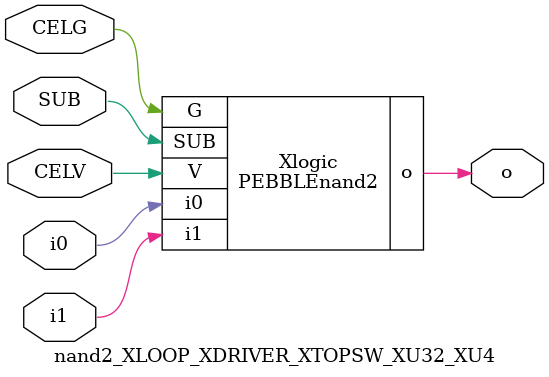
<source format=v>



module PEBBLEnand2 ( o, G, SUB, V, i0, i1 );

  input i0;
  input V;
  input i1;
  input G;
  output o;
  input SUB;
endmodule

//Celera Confidential Do Not Copy nand2_XLOOP_XDRIVER_XTOPSW_XU32_XU4
//Celera Confidential Symbol Generator
//5V NAND2
module nand2_XLOOP_XDRIVER_XTOPSW_XU32_XU4 (CELV,CELG,i0,i1,o,SUB);
input CELV;
input CELG;
input i0;
input i1;
input SUB;
output o;

//Celera Confidential Do Not Copy nand2
PEBBLEnand2 Xlogic(
.V (CELV),
.i0 (i0),
.i1 (i1),
.o (o),
.SUB (SUB),
.G (CELG)
);
//,diesize,PEBBLEnand2

//Celera Confidential Do Not Copy Module End
//Celera Schematic Generator
endmodule

</source>
